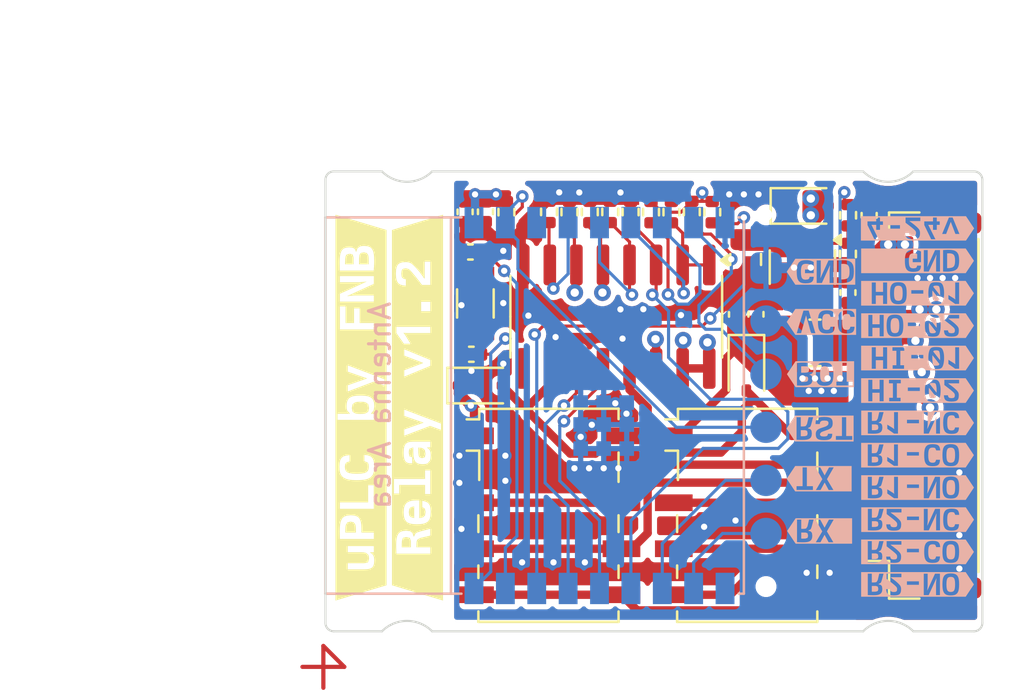
<source format=kicad_pcb>
(kicad_pcb (version 20240108) (generator "pcbnew") (generator_version "8.0")
  (title_block (title "uPLC_Relay") (date "2024-02-20") (rev "v1.2"))
  (layers (0 "F.Cu" signal) (1 "In1.Cu" signal) (2 "In2.Cu" signal) (31 "B.Cu" signal) (34 "B.Paste" user) (35 "F.Paste" user) (36 "B.SilkS" user "B.Silkscreen") (37 "F.SilkS" user "F.Silkscreen") (38 "B.Mask" user) (39 "F.Mask" user) (44 "Edge.Cuts" user))
  (net 0 "")
  (net 1 "+VDC")
  (net 2 "GND")
  (net 3 "+3.3V")
  (net 4 "Net-(U3-GPIO0{slash}ADC1_CH0{slash}XTAL_32K_P)")
  (net 5 "TX")
  (net 6 "RX")
  (net 7 "BOOT")
  (net 8 "RST")
  (net 9 "HO2")
  (net 10 "R1NC")
  (net 11 "R1NO")
  (net 12 "R1CO")
  (net 13 "R2NC")
  (net 14 "R2CO")
  (net 15 "R2NO")
  (net 16 "Net-(U1-BST)")
  (net 17 "Net-(U3-GPIO8)")
  (net 18 "Net-(U3-GPIO2{slash}ADC1_CH2)")
  (net 19 "Net-(U3-GPIO1{slash}ADC1_CH1{slash}XTAL_32K_N)")
  (net 20 "ADC")
  (net 21 "LI12")
  (net 22 "LI3")
  (net 23 "LI4")
  (net 24 "LI5")
  (net 25 "RO1")
  (net 26 "RO2")
  (net 27 "HO1")
  (net 28 "HI2")
  (net 29 "HI1")
  (net 31 "LO7")
  (net 32 "LO6")
  (net 34 "/SW")
  (net 35 "/FB")
  (net 36 "/VIN_P")
  (footprint "Resistor_SMD:R_0402_1005Metric" (layer "F.Cu") (at 116.637738 73.248462 90)
    (property "Reference" "R7" (hide yes))
    (property "Value" "10K" (hide yes))
  )
  (footprint "Resistor_SMD:R_0402_1005Metric" (layer "F.Cu") (at 125.081355 73.398238 90)
    (property "Reference" "R14" (hide yes))
    (property "Value" "182k" (hide yes))
  )
  (footprint "Capacitor_SMD:C_0402_1005Metric" (layer "F.Cu") (at 126.088855 73.398238 -90)
    (property "Reference" "C9" (hide yes))
    (property "Value" "0.1uF" (hide yes))
  )
  (footprint "Resistor_SMD:R_0402_1005Metric" (layer "F.Cu") (at 115.66255 73.246924 90)
    (property "Reference" "R4" (hide yes))
    (property "Value" "10K" (hide yes))
  )
  (footprint "Capacitor_SMD:C_0402_1005Metric" (layer "F.Cu") (at 120.677731 78.134889 90)
    (property "Reference" "C12" (hide yes))
    (property "Value" "22uf" (hide yes))
  )
  (footprint "Connector_JST:JST_GH_SM12B-GHS-TB_1x12-1MP_P1.25mm_Horizontal" (layer "F.Cu") (at 128.75 82.5 90)
    (property "Reference" "J2" (hide yes))
    (property "Value" "SM12B-GHS-TB(LF)(SN)")
  )
  (footprint "Relay_SMD:Relay_DPDT_Omron_G6K-2F-Y" (layer "F.Cu") (at 120.25 87.75)
    (property "Reference" "K2" (hide yes))
    (property "Value" "G6K-2F-Y")
  )
  (footprint "Resistor_SMD:R_0402_1005Metric" (layer "F.Cu") (at 108.75 73.25 -90)
    (property "Reference" "R1" (hide yes))
    (property "Value" "10K" (hide yes))
  )
  (footprint "Capacitor_SMD:C_0402_1005Metric" (layer "F.Cu") (at 107.028424 75.156606 180)
    (property "Reference" "C4" (hide yes))
    (property "Value" "20pf" (hide yes))
  )
  (footprint "Diode_SMD:D_SOD-323" (layer "F.Cu") (at 122.990863 72.950964)
    (property "Reference" "D4" (hide yes))
    (property "Value" "1N5819WS" (hide yes))
  )
  (footprint "Resistor_SMD:R_0402_1005Metric" (layer "F.Cu") (at 118.588114 73.25 90)
    (property "Reference" "R5" (hide yes))
    (property "Value" "10K" (hide yes))
  )
  (footprint "Package_TO_SOT_SMD:TSOT-23-6" (layer "F.Cu") (at 122.897715 75.878026 -90)
    (property "Reference" "U1" (hide yes))
    (property "Value" "AP63201WU" (hide yes))
  )
  (footprint "Resistor_SMD:R_0402_1005Metric" (layer "F.Cu") (at 112.736986 73.24231 90)
    (property "Reference" "R12" (hide yes))
    (property "Value" "10K" (hide yes))
  )
  (footprint "Capacitor_SMD:C_0402_1005Metric" (layer "F.Cu") (at 119.75 78.141185 90)
    (property "Reference" "C8" (hide yes))
    (property "Value" "22uf" (hide yes))
  )
  (footprint "Capacitor_SMD:C_0402_1005Metric" (layer "F.Cu") (at 106.774812 73.236152 -90)
    (property "Reference" "C3" (hide yes))
    (property "Value" "0.1uF" (hide yes))
  )
  (footprint "kibuzzard-65D49092" (layer "F.Cu") (at 101.8 82.6 90)
    (property "Reference" "kibuzzard-65D49092" (hide yes))
    (property "Value" "G***" (hide yes))
  )
  (footprint "Diode_SMD:D_SOD-323" (layer "F.Cu") (at 107.536545 81.544666)
    (property "Reference" "D1" (hide yes))
    (property "Value" "1N5819WS" (hide yes))
  )
  (footprint "Resistor_SMD:R_0402_1005Metric" (layer "F.Cu") (at 113.712174 73.239234 90)
    (property "Reference" "R9" (hide yes))
    (property "Value" "10K" (hide yes))
  )
  (footprint "Package_SO:SOIC-16_3.9x9.9mm_P1.27mm" (layer "F.Cu") (at 114 78.25 -90)
    (property "Reference" "U2" (hide yes))
    (property "Value" "TBD62003AFWG" (hide yes))
  )
  (footprint "Relay_SMD:Relay_DPDT_Omron_G6K-2F-Y" (layer "F.Cu") (at 110.75 87.75)
    (property "Reference" "K1" (hide yes))
    (property "Value" "G6K-2F-Y")
  )
  (footprint "kibuzzard-65D6FF37" (layer "F.Cu") (at 104.5 82.6 90)
    (property "Reference" "kibuzzard-65D6FF37" (hide yes))
    (property "Value" "G***" (hide yes))
  )
  (footprint "Resistor_SMD:R_0402_1005Metric" (layer "F.Cu") (at 125.074612 75.25 90)
    (property "Reference" "R15" (hide yes))
    (property "Value" "62k" (hide yes))
  )
  (footprint "Inductor_SMD:L_1008_2520Metric" (layer "F.Cu") (at 123.5 79.5 180)
    (property "Reference" "L1" (hide yes))
    (property "Value" "4.7uH" (hide yes))
  )
  (footprint "Resistor_SMD:R_0402_1005Metric" (layer "F.Cu") (at 110.78661 73.237696 90)
    (property "Reference" "R10" (hide yes))
    (property "Value" "10K" (hide yes))
  )
  (footprint "Resistor_SMD:R_0402_1005Metric" (layer "F.Cu") (at 114.687362 73.243848 90)
    (property "Reference" "R8" (hide yes))
    (property "Value" "10K" (hide yes))
  )
  (footprint "Diode_SMD:D_SOD-323" (layer "F.Cu") (at 120.222008 80.736723 -90)
    (property "Reference" "D2" (hide yes))
    (property "Value" "1N5819WS" (hide yes))
  )
  (footprint "Crystal:Crystal_SMD_3215-2Pin_3.2x1.5mm" (layer "F.Cu") (at 107.267023 77.616702 90)
    (property "Reference" "Y1" (hide yes))
    (property "Value" "32.768khz 3215 12.5pf" (hide yes))
  )
  (footprint "Resistor_SMD:R_0402_1005Metric" (layer "F.Cu") (at 111.761798 73.245386 90)
    (property "Reference" "R11" (hide yes))
    (property "Value" "10K" (hide yes))
  )
  (footprint "Capacitor_SMD:C_0805_2012Metric" (layer "F.Cu") (at 120.184796 75.514132 -90)
    (property "Reference" "C5" (hide yes))
    (property "Value" "10uF" (hide yes))
  )
  (footprint "Capacitor_SMD:C_0402_1005Metric" (layer "F.Cu") (at 107.75 73.231538 -90)
    (property "Reference" "C11" (hide yes))
    (property "Value" "22uf" (hide yes))
  )
  (footprint "Capacitor_SMD:C_0402_1005Metric" (layer "F.Cu") (at 107.073965 80.047089)
    (property "Reference" "C1" (hide yes))
    (property "Value" "20pf" (hide yes))
  )
  (footprint "Capacitor_SMD:C_0402_1005Metric" (layer "F.Cu") (at 125.072269 77.096359 90)
    (property "Reference" "C2" (hide yes))
    (property "Value" "0.1uF" (hide yes))
  )
  (footprint "Resistor_SMD:R_0402_1005Metric" (layer "F.Cu") (at 117.612926 73.240772 -90)
    (property "Reference" "R2" (hide yes))
    (property "Value" "10K" (hide yes))
  )
  (footprint "kibuzzard-65D7176D" (layer "B.Cu") (at 123.763688 81)
    (property "Reference" "kibuzzard-65D7176D" (hide yes))
    (property "Value" "G***" (hide yes))
  )
  (footprint "esprelay:kibuzzard-65D361E1" (layer "B.Cu") (at 128.40377 83.329005)
    (property "Reference" "kibuzzard-65D361E1" (hide yes))
    (property "Value" "G***" (hide yes))
  )
  (footprint "kibuzzard-65D7177B" (layer "B.Cu") (at 123.785094 76.1)
    (property "Reference" "kibuzzard-65D7177B" (hide yes))
    (property "Value" "G***" (hide yes))
  )
  (footprint "esprelay:kibuzzard-65D361F2" (layer "B.Cu") (at 128.402262 86.423174)
    (property "Reference" "kibuzzard-65D361F2" (hide yes))
    (property "Value" "G***" (hide yes))
  )
  (footprint "esprelay:kibuzzard-65D3620E" (layer "B.Cu") (at 128.4 91.056138)
    (property "Reference" "kibuzzard-65D3620E" (hide yes))
    (property "Value" "G***" (hide yes))
  )
  (footprint "esprelay:kibuzzard-65D36206" (layer "B.Cu") (at 128.4 89.5)
    (property "Reference" "kibuzzard-65D36206" (hide yes))
    (property "Value" "G***" (hide yes))
  )
  (footprint "esprelay:kibuzzard-65D361D3" (layer "B.Cu") (at 128.4 81.784183)
    (property "Reference" "kibuzzard-65D361D3" (hide yes))
    (property "Value" "G***" (hide yes))
  )
  (footprint "esprelay:kibuzzard-65D361FD" (layer "B.Cu") (at 128.404776 87.958194)
    (property "Reference" "kibuzzard-65D361FD" (hide yes))
    (property "Value" "G***" (hide yes))
  )
  (footprint "esprelay:kibuzzard-65D3616E" (layer "B.Cu") (at 128.4 74.026138)
    (property "Reference" "kibuzzard-65D3616E" (hide yes))
    (property "Value" "G***" (hide yes))
  )
  (footprint "esprelay:kibuzzard-65D361A7" (layer "B.Cu") (at 128.4 77.129356)
    (property "Reference" "kibuzzard-65D361A7" (hide yes))
    (property "Value" "G***" (hide yes))
  )
  (footprint "TestPoint:TestPoint_Pad_1.0x1.0mm_6pad" (layer "B.Cu") (at 121.158 75.92 -90)
    (property "Reference" "J1" (hide yes))
    (property "Value" "Conn_01x06_Pin" (hide yes))
  )
  (footprint "esprelay:kibuzzard-65D460A0" (layer "B.Cu") (at 123.720876 88.5)
    (property "Reference" "kibuzzard-65D460A0" (hide yes))
    (property "Value" "G***" (hide yes))
  )
  (footprint "esprelay:kibuzzard-65D46022" (layer "B.Cu") (at 123.742282 83.6)
    (property "Reference" "kibuzzard-65D46022" (hide yes))
    (property "Value" "G***" (hide yes))
  )
  (footprint "esprelay:kibuzzard-65D3619D" (layer "B.Cu") (at 128.402262 78.678703)
    (property "Reference" "kibuzzard-65D3619D" (hide yes))
    (property "Value" "G***" (hide yes))
  )
  (footprint "esprelay:kibuzzard-65D361B0" (layer "B.Cu") (at 128.4 80.22805)
    (property "Reference" "kibuzzard-65D361B0" (hide yes))
    (property "Value" "G***" (hide yes))
  )
  (footprint "esprelay:kibuzzard-65D36177" (layer "B.Cu") (at 128.401508 75.577747)
    (property "Reference" "kibuzzard-65D36177" (hide yes))
    (property "Value" "G***" (hide yes))
  )
  (footprint "esprelay:kibuzzard-65D46066" (layer "B.Cu") (at 123.69947 86)
    (property "Reference" "kibuzzard-65D46066" (hide yes))
    (property "Value" "G***" (hide yes))
  )
  (footprint "esprelay:kibuzzard-65D361E9" (layer "B.Cu") (at 128.4 84.873827)
    (property "Reference" "kibuzzard-65D361E9" (hide yes))
    (property "Value" "G***" (hide yes))
  )
  (footprint "kibuzzard-65D71774" (layer "B.Cu") (at 123.8065 78.5)
    (property "Reference" "kibuzzard-65D71774" (hide yes))
    (property "Value" "G***" (hide yes))
  )
  (footprint "PCM_Espressif:ESP32-C3-WROOM-02" (layer "B.Cu") (at 113.1 82.5 -90)
    (property "Reference" "U3" (hide yes))
    (property "Value" "ESP32-C3-WROOM-02")
  )
  (gr_line (start 100 94) (end 100 96) (stroke (width 0.2)) (layer "F.Cu"))
  (gr_line (start 101 95) (end 100 94) (stroke (width 0.2)) (layer "F.Cu"))
  (gr_line (start 99 95) (end 101 95) (stroke (width 0.2)) (layer "F.Cu"))
  (gr_arc (start 100.1 71.7) (mid 100.217157 71.417157) (end 100.5 71.3) (stroke (width 0.1)) (layer "Edge.Cuts"))
  (gr_arc (start 128.2 71.3) (mid 127 71.79792) (end 125.8 71.3) (stroke (width 0.1)) (layer "Edge.Cuts"))
  (gr_line (start 131.5 71.7) (end 131.5 92.9) (stroke (width 0.1)) (layer "Edge.Cuts"))
  (gr_arc (start 100.5 93.3) (mid 100.217157 93.182843) (end 100.1 92.9) (stroke (width 0.1)) (layer "Edge.Cuts"))
  (gr_line (start 102.8 93.3) (end 100.5 93.3) (stroke (width 0.1)) (layer "Edge.Cuts"))
  (gr_arc (start 125.8 93.3) (mid 127 92.80208) (end 128.2 93.3) (stroke (width 0.1)) (layer "Edge.Cuts"))
  (gr_arc (start 131.5 92.9) (mid 131.382843 93.182843) (end 131.1 93.3) (stroke (width 0.1)) (layer "Edge.Cuts"))
  (gr_arc (start 131.1 71.3) (mid 131.382843 71.417157) (end 131.5 71.7) (stroke (width 0.1)) (layer "Edge.Cuts"))
  (gr_line (start 100.5 71.3) (end 102.8 71.3) (stroke (width 0.1)) (layer "Edge.Cuts"))
  (gr_arc (start 102.8 93.3) (mid 104 92.80208) (end 105.2 93.3) (stroke (width 0.1)) (layer "Edge.Cuts"))
  (gr_arc (start 105.2 71.3) (mid 104 71.797056) (end 102.8 71.3) (stroke (width 0.1)) (layer "Edge.Cuts"))
  (gr_line (start 125.8 93.3) (end 105.2 93.3) (stroke (width 0.1)) (layer "Edge.Cuts"))
  (gr_line (start 100.1 92.9) (end 100.1 71.7) (stroke (width 0.1)) (layer "Edge.Cuts"))
  (gr_line (start 131.1 93.3) (end 128.2 93.3) (stroke (width 0.1)) (layer "Edge.Cuts"))
  (gr_line (start 128.2 71.3) (end 131.1 71.3) (stroke (width 0.1)) (layer "Edge.Cuts"))
  (gr_line (start 105.2 71.3) (end 125.8 71.3) (stroke (width 0.1)) (layer "Edge.Cuts"))
  (via (at 127 74.8) (size 0.8) (drill 0.4) (layers "F.Cu" "B.Cu") (net 1))
  (via (at 127.79999 74.8) (size 0.8) (drill 0.4) (layers "F.Cu" "B.Cu") (net 1))
  (via (at 123.3 73.4) (size 0.8) (drill 0.4) (layers "F.Cu" "B.Cu") (net 1))
  (via (at 123.3 72.60001) (size 0.8) (drill 0.4) (layers "F.Cu" "B.Cu") (net 1))
  (segment (start 109.555 75.775) (end 109.555 77.955) (width 0.5) (layer "F.Cu") (net 2))
  (segment (start 106.774812 74.274812) (end 106.8 74.3) (width 0.5) (layer "F.Cu") (net 2))
  (segment (start 125.289585 75.76) (end 125.074612 75.76) (width 0.5) (layer "F.Cu") (net 2))
  (segment (start 106.519819 80.692802) (end 106.667187 80.84017) (width 0.5) (layer "F.Cu") (net 2))
  (segment (start 120.184796 76.464132) (end 119.282273 77.366655) (width 0.5) (layer "F.Cu") (net 2))
  (segment (start 106.548424 75.156606) (end 106.548424 74.551576) (width 0.5) (layer "F.Cu") (net 2))
  (segment (start 109.086604 74.5) (end 108.2 74.5) (width 0.5) (layer "F.Cu") (net 2))
  (segment (start 108.2 74.5) (end 107.75 74.05) (width 0.5) (layer "F.Cu") (net 2))
  (segment (start 107.75 74.05) (end 107.75 73.711538) (width 0.5) (layer "F.Cu") (net 2))
  (segment (start 126.9 76.875) (end 126.404585 76.875) (width 0.5) (layer "F.Cu") (net 2))
  (segment (start 109.555 77.955) (end 109.8 78.2) (width 0.5) (layer "F.Cu") (net 2))
  (segment (start 109.555 74.968396) (end 109.555 75.775) (width 0.5) (layer "F.Cu") (net 2))
  (segment (start 117.654749 78.175) (end 117.092426 78.175) (width 0.5) (layer "F.Cu") (net 2))
  (segment (start 106.667187 80.84017) (end 107.077362 80.84017) (width 0.5) (layer "F.Cu") (net 2))
  (segment (start 106.593965 80.618656) (end 106.519819 80.692802) (width 0.5) (layer "F.Cu") (net 2))
  (segment (start 109.47 73.93) (end 109.47 74.116604) (width 0.5) (layer "F.Cu") (net 2))
  (segment (start 106.8 74.3) (end 108 74.3) (width 0.5) (layer "F.Cu") (net 2))
  (segment (start 127.925 76.875) (end 128.4 76.4) (width 0.5) (layer "F.Cu") (net 2))
  (segment (start 109.47 74.116604) (end 109.086604 74.5) (width 0.5) (layer "F.Cu") (net 2))
  (segment (start 119.282273 77.366655) (end 118.463094 77.366655) (width 0.5) (layer "F.Cu") (net 2))
  (segment (start 117.067426 78.2) (end 117.092426 78.175) (width 0.5) (layer "F.Cu") (net 2))
  (segment (start 110.78661 72.727696) (end 110.672304 72.727696) (width 0.5) (layer "F.Cu") (net 2))
  (segment (start 114.378481 72.132104) (end 114.201529 72.309056) (width 0.25) (layer "F.Cu") (net 2))
  (segment (start 118.463094 77.366655) (end 117.654749 78.175) (width 0.5) (layer "F.Cu") (net 2))
  (segment (start 116.637738 72.737738) (end 116.032104 72.132104) (width 0.25) (layer "F.Cu") (net 2))
  (segment (start 116.032104 72.132104) (end 114.378481 72.132104) (width 0.25) (layer "F.Cu") (net 2))
  (segment (start 106.774812 73.716152) (end 106.774812 74.274812) (width 0.5) (layer "F.Cu") (net 2))
  (segment (start 126.9 76.875) (end 127.925 76.875) (width 0.5) (layer "F.Cu") (net 2))
  (segment (start 106.593965 80.047089) (end 106.593965 80.618656) (width 0.5) (layer "F.Cu") (net 2))
  (segment (start 116.637738 72.738462) (end 116.637738 72.737738) (width 0.25) (layer "F.Cu") (net 2))
  (segment (start 109.086604 74.5) (end 109.555 74.968396) (width 0.5) (layer "F.Cu") (net 2))
  (segment (start 110.672304 72.727696) (end 109.47 73.93) (width 0.5) (layer "F.Cu") (net 2))
  (segment (start 108 74.3) (end 108.2 74.5) (width 0.5) (layer "F.Cu") (net 2))
  (segment (start 109.8 78.2) (end 117.067426 78.2) (width 0.5) (layer "F.Cu") (net 2))
  (segment (start 126.404585 76.875) (end 125.289585 75.76) (width 0.5) (layer "F.Cu") (net 2))
  (segment (start 106.548424 74.551576) (end 106.8 74.3) (width 0.5) (layer "F.Cu") (net 2))
  (via (at 108.6 80.5) (size 0.6) (drill 0.3) (layers "F.Cu" "B.Cu") (net 2))
  (via (at 111 90) (size 0.6) (drill 0.3) (layers "F.Cu" "B.Cu") (net 2))
  (via (at 122.5 75.9) (size 0.6) (drill 0.3) (layers "F.Cu" "B.Cu") (net 2))
  (via (at 108.7 84.9) (size 0.6) (drill 0.3) (layers "F.Cu" "B.Cu") (net 2))
  (via (at 113.953855 82.391756) (size 0.6) (drill 0.3) (layers "F.Cu" "B.Cu") (net 2))
  (via (at 119.4 72.4) (size 0.6) (drill 0.3) (layers "F.Cu" "B.Cu") (net 2))
  (via (at 129.6 76.4) (size 0.6) (drill 0.3) (layers "F.Cu" "B.Cu") (net 2))
  (via (at 109.8 78.2) (size 0.6) (drill 0.3) (layers "F.Cu" "B.Cu") (net 2))
  (via (at 112 85.5) (size 0.6) (drill 0.3) (layers "F.Cu" "B.Cu") (net 2))
  (via (at 106.5 86.2) (size 0.6) (drill 0.3) (layers "F.Cu" "B.Cu") (net 2))
  (via (at 111.273371 72.304027) (size 0.6) (drill 0.3) (layers "F.Cu" "B.Cu") (net 2))
  (via (at 120.8 72.4) (size 0.6) (drill 0.3) (layers "F.Cu" "B.Cu") (net 2))
  (via (at 128.4 76.4) (size 0.6) (drill 0.3) (layers "F.Cu" "B.Cu") (net 2))
  (via (at 112.23268 72.308054) (size 0.6) (drill 0.3) (layers "F.Cu" "B.Cu") (net 2))
  (via (at 113.4 85.5) (size 0.6) (drill 0.3) (layers "F.Cu" "B.Cu") (net 2))
  (via (at 114.2 77.9) (size 0.6) (drill 0.3) (layers "F.Cu" "B.Cu") (net 2))
  (via (at 114.1 85.5) (size 0.6) (drill 0.3) (layers "F.Cu" "B.Cu") (net 2))
  (via (at 114.201529 72.309056) (size 0.6) (drill 0.3) (layers "F.Cu" "B.Cu") (net 2))
  (via (at 106.6 88.4) (size 0.6) (drill 0.3) (layers "F.Cu" "B.Cu") (net 2))
  (via (at 108.7 86.1) (size 0.6) (drill 0.3) (layers "F.Cu" "B.Cu") (net 2))
  (via (at 129 76.4) (size 0.6) (drill 0.3) (layers "F.Cu" "B.Cu") (net 2))
  (via (at 108.6 75.1) (size 0.6) (drill 0.3) (layers "F.Cu" "B.Cu") (net 2))
  (via (at 130.4 90.3) (size 0.6) (drill 0.3) (layers "F.Cu" "B.Cu") (net 2))
  (via (at 114.488069 82.890356) (size 0.6) (drill 0.3) (layers "F.Cu" "B.Cu") (net 2))
  (via (at 119.7 88) (size 0.6) (drill 0.3) (layers "F.Cu" "B.Cu") (net 2))
  (via (at 106.5 84.9) (size 0.6) (drill 0.3) (layers "F.Cu" "B.Cu") (net 2))
  (via (at 112.3 84) (size 0.6) (drill 0.3) (layers "F.Cu" "B.Cu") (net 2))
  (via (at 120.1 72.4) (size 0.6) (drill 0.3) (layers "F.Cu" "B.Cu") (net 2))
  (via (at 109.5 90) (size 0.6) (drill 0.3) (layers "F.Cu" "B.Cu") (net 2))
  (via (at 124.2 90.5) (size 0.6) (drill 0.3) (layers "F.Cu" "B.Cu") (net 2))
  (via (at 108.6 77.6) (size 0.6) (drill 0.3) (layers "F.Cu" "B.Cu") (net 2))
  (via (at 123.3 75.9) (size 0.6) (drill 0.3) (layers "F.Cu" "B.Cu") (net 2))
  (via (at 112.7 85.5) (size 0.6) (drill 0.3) (layers "F.Cu" "B.Cu") (net 2))
  (via (at 118.2 88.3) (size 0.6) (drill 0.3) (layers "F.Cu" "B.Cu") (net 2))
  (via (at 123.1 90.5) (size 0.6) (drill 0.3) (layers "F.Cu" "B.Cu") (net 2))
  (via (at 115.294175 77.890373) (size 0.6) (drill 0.3) (layers "F.Cu" "B.Cu") (net 2))
  (via (at 112.5 90) (size 0.6) (drill 0.3) (layers "F.Cu" "B.Cu") (net 2))
  (via (at 117.092426 78.175) (size 0.6) (drill 0.3) (layers "F.Cu" "B.Cu") (net 2))
  (via (at 130.2 76.4) (size 0.6) (drill 0.3) (layers "F.Cu" "B.Cu") (net 2))
  (via (at 111.1 79.225) (size 0.6) (drill 0.3) (layers "F.Cu" "B.Cu") (net 2))
  (via (at 112.832104 83.421751) (size 0.6) (drill 0.3) (layers "F.Cu" "B.Cu") (net 2))
  (via (at 106.6 77.7) (size 0.6) (drill 0.3) (layers "F.Cu" "B.Cu") (net 2))
  (via (at 107.077362 80.84017) (size 0.6) (drill 0.3) (layers "F.Cu" "B.Cu") (net 2))
  (via (at 130.4 85.7) (size 0.6) (drill 0.3) (layers "F.Cu" "B.Cu") (net 2))
  (via (at 130.4 88.7) (size 0.6) (drill 0.3) (layers "F.Cu" "B.Cu") (net 2))
  (via (at 114.3 79.3) (size 0.6) (drill 0.3) (layers "F.Cu" "B.Cu") (net 2))
  (segment (start 122.48 75.92) (end 122.5 75.9) (width 0.5) (layer "B.Cu") (net 2))
  (segment (start 122.5 75.9) (end 123.3 75.9) (width 0.5) (layer "B.Cu") (net 2))
  (segment (start 120.1 72.4) (end 120.8 72.4) (width 0.5) (layer "B.Cu") (net 2))
  (segment (start 121.158 75.92) (end 122.48 75.92) (width 0.5) (layer "B.Cu") (net 2))
  (segment (start 119.4 72.4) (end 120.1 72.4) (width 0.5) (layer "B.Cu") (net 2))
  (segment (start 119.2 73.75) (end 119.2 72.6) (width 0.5) (layer "B.Cu") (net 2))
  (segment (start 119.2 72.6) (end 119.4 72.4) (width 0.5) (layer "B.Cu") (net 2))
  (segment (start 116.75 83.95) (end 117.05 83.95) (width 0.4) (layer "F.Cu") (net 3))
  (segment (start 117.05 83.95) (end 119.25 81.75) (width 0.4) (layer "F.Cu") (net 3))
  (segment (start 125.111355 72.918238) (end 124.900024 72.706907) (width 0.15) (layer "F.Cu") (net 3))
  (segment (start 125.6 72.918238) (end 125.111355 72.918238) (width 0.15) (layer "F.Cu") (net 3))
  (segment (start 118.1 72.320578) (end 118.108133 72.312445) (width 0.15) (layer "F.Cu") (net 3))
  (segment (start 115.66255 72.736924) (end 116.17814 73.252514) (width 0.15) (layer "F.Cu") (net 3))
  (segment (start 106.486545 81.936546) (end 107.05 82.500001) (width 0.5) (layer "F.Cu") (net 3))
  (segment (start 116.17814 73.252514) (end 117.091184 73.252514) (width 0.15) (layer "F.Cu") (net 3))
  (segment (start 118.1 72.730772) (end 118.578886 72.730772) (width 0.15) (layer "F.Cu") (net 3))
  (segment (start 118.1 72.730772) (end 118.1 72.320578) (width 0.15) (layer "F.Cu") (net 3))
  (segment (start 119.813277 79.686723) (end 119.25 80.25) (width 0.4) (layer "F.Cu") (net 3))
  (segment (start 117.091184 73.252514) (end 117.612926 72.730772) (width 0.15) (layer "F.Cu") (net 3))
  (segment (start 125.111355 72.918238) (end 125.081355 72.888238) (width 0.15) (layer "F.Cu") (net 3))
  (segment (start 107.25 82.700001) (end 107.05 82.500001) (width 0.5) (layer "F.Cu") (net 3))
  (segment (start 117.612926 72.730772) (end 118.1 72.730772) (width 0.15) (layer "F.Cu") (net 3))
  (segment (start 120.222008 79.686723) (end 119.813277 79.686723) (width 0.4) (layer "F.Cu") (net 3))
  (segment (start 106.486545 81.544666) (end 106.486545 81.936546) (width 0.5) (layer "F.Cu") (net 3))
  (segment (start 118.578886 72.730772) (end 118.588114 72.74) (width 0.15) (layer "F.Cu") (net 3))
  (segment (start 126.088855 72.918238) (end 125.6 72.918238) (width 0.15) (layer "F.Cu") (net 3))
  (segment (start 124.900024 72.706907) (end 124.900024 72.3) (width 0.15) (layer "F.Cu") (net 3))
  (segment (start 119.25 81.75) (end 119.25 80.25) (width 0.4) (layer "F.Cu") (net 3))
  (segment (start 107.25 83.95) (end 107.25 82.700001) (width 0.5) (layer "F.Cu") (net 3))
  (via (at 123.5 81.2) (size 0.6) (drill 0.3) (layers "F.Cu" "B.Cu") (net 3))
  (via (at 107.05 82.500001) (size 0.6) (drill 0.3) (layers "F.Cu" "B.Cu") (net 3))
  (via (at 124.1 81.2) (size 0.6) (drill 0.3) (layers "F.Cu" "B.Cu") (net 3))
  (via (at 122.9 81.2) (size 0.6) (drill 0.3) (layers "F.Cu" "B.Cu") (net 3))
  (via (at 124.7 81.2) (size 0.6) (drill 0.3) (layers "F.Cu" "B.Cu") (net 3))
  (via (at 123.2 81.8) (size 0.6) (drill 0.3) (layers "F.Cu" "B.Cu") (net 3))
  (via (at 107.25 72.399552) (size 0.6) (drill 0.3) (layers "F.Cu" "B.Cu") (net 3))
  (via (at 108.25 72.399336) (size 0.6) (drill 0.3) (layers "F.Cu" "B.Cu") (net 3))
  (via (at 123.8 81.8) (size 0.6) (drill 0.3) (layers "F.Cu" "B.Cu") (net 3))
  (via (at 118.108133 72.312445) (size 0.6) (drill 0.3) (layers "F.Cu" "B.Cu") (net 3))
  (via (at 124.900024 72.3) (size 0.6) (drill 0.3) (layers "F.Cu" "B.Cu") (net 3))
  (via (at 124.4 81.8) (size 0.6) (drill 0.3) (layers "F.Cu" "B.Cu") (net 3))
  (segment (start 122.9 79.3) (end 122.9 81.2) (width 0.5) (layer "B.Cu") (net 3))
  (segment (start 121.158 78.46) (end 122.06 78.46) (width 0.5) (layer "B.Cu") (net 3))
  (segment (start 107.25 72.399552) (end 108.249784 72.399552) (width 0.4) (layer "B.Cu") (net 3))
  (segment (start 124.7 72.500024) (end 124.900024 72.3) (width 0.15) (layer "B.Cu") (net 3))
  (segment (start 107.2 72.449552) (end 107.25 72.399552) (width 0.4) (layer "B.Cu") (net 3))
  (segment (start 123.5 81.2) (end 124.1 81.2) (width 0.5) (layer "B.Cu") (net 3))
  (segment (start 108.249784 72.399552) (end 108.25 72.399336) (width 0.4) (layer "B.Cu") (net 3))
  (segment (start 107.25 73.7) (end 107.2 73.75) (width 0.4) (layer "B.Cu") (net 3))
  (segment (start 122.9 81.2) (end 122.9 81.5) (width 0.5) (layer "B.Cu") (net 3))
  (segment (start 124.7 81.2) (end 124.7 72.500024) (width 0.15) (layer "B.Cu") (net 3))
  (segment (start 122.06 78.46) (end 122.9 79.3) (width 0.5) (layer "B.Cu") (net 3))
  (segment (start 122.9 81.2) (end 123.5 81.2) (width 0.5) (layer "B.Cu") (net 3))
  (segment (start 122.9 81.5) (end 123.2 81.8) (width 0.5) (layer "B.Cu") (net 3))
  (segment (start 107.25 72.399552) (end 107.25 73.7) (width 0.4) (layer "B.Cu") (net 3))
  (segment (start 107.267023 78.866702) (end 107.267023 79.760147) (width 0.15) (layer "F.Cu") (net 4))
  (segment (start 107.952917 80.047089) (end 108.700006 79.3) (width 0.15) (layer "F.Cu") (net 4))
  (segment (start 107.553965 80.047089) (end 107.952917 80.047089) (width 0.15) (layer "F.Cu") (net 4))
  (segment (start 107.267023 79.760147) (end 107.553965 80.047089) (width 0.15) (layer "F.Cu") (net 4))
  (via (at 108.700006 79.3) (size 0.6) (drill 0.3) (layers "F.Cu" "B.Cu") (net 4))
  (segment (start 108 80.000006) (end 108.700006 79.3) (width 0.15) (layer "B.Cu") (net 4))
  (segment (start 108 90.45) (end 108 80.000006) (width 0.15) (layer "B.Cu") (net 4))
  (segment (start 107.2 91.25) (end 108 90.45) (width 0.15) (layer "B.Cu") (net 4))
  (segment (start 116.2 89.1) (end 119.22 86.08) (width 0.15) (layer "B.Cu") (net 5))
  (segment (start 119.22 86.08) (end 121.158 86.08) (width 0.15) (layer "B.Cu") (net 5))
  (segment (start 116.2 91.25) (end 116.2 89.1) (width 0.15) (layer "B.Cu") (net 5))
  (segment (start 117.7 91.25) (end 117.7 90) (width 0.15) (layer "B.Cu") (net 6))
  (segment (start 117.7 90) (end 119.08 88.62) (width 0.15) (layer "B.Cu") (net 6))
  (segment (start 119.08 88.62) (end 121.158 88.62) (width 0.15) (layer "B.Cu") (net 6))
  (segment (start 117.612926 73.750772) (end 118.162154 74.3) (width 0.15) (layer "F.Cu") (net 7))
  (segment (start 119.500016 75.276103) (end 119.500016 75.5) (width 0.15) (layer "F.Cu") (net 7))
  (segment (start 118.162154 74.3) (end 118.523913 74.3) (width 0.15) (layer "F.Cu") (net 7))
  (segment (start 118.523913 74.3) (end 119.500016 75.276103) (width 0.15) (layer "F.Cu") (net 7))
  (via (at 119.500016 75.5) (size 0.6) (drill 0.3) (layers "F.Cu" "B.Cu") (net 7))
  (segment (start 118.274208 78.853028) (end 117.951378 78.530198) (width 0.15) (layer "B.Cu") (net 7))
  (segment (start 119.500016 76.159036) (end 119.500016 75.5) (width 0.15) (layer "B.Cu") (net 7))
  (segment (start 117.7 73.75) (end 117.7 74.05) (width 0.15) (layer "B.Cu") (net 7))
  (segment (start 117.951378 77.707674) (end 119.500016 76.159036) (width 0.15) (layer "B.Cu") (net 7))
  (segment (start 117.951378 78.530198) (end 117.951378 77.707674) (width 0.15) (layer "B.Cu") (net 7))
  (segment (start 121.158 81) (end 119.011028 78.853028) (width 0.15) (layer "B.Cu") (net 7))
  (segment (start 119.15 75.5) (end 119.500016 75.5) (width 0.15) (layer "B.Cu") (net 7))
  (segment (start 119.011028 78.853028) (end 118.274208 78.853028) (width 0.15) (layer "B.Cu") (net 7))
  (segment (start 117.7 74.05) (end 119.15 75.5) (width 0.15) (layer "B.Cu") (net 7))
  (segment (start 109.509662 73.000338) (end 109.509662 72.498204) (width 0.15) (layer "F.Cu") (net 8))
  (segment (start 108.75 73.76) (end 109.509662 73.000338) (width 0.15) (layer "F.Cu") (net 8))
  (via (at 109.509662 72.498204) (size 0.6) (drill 0.3) (layers "F.Cu" "B.Cu") (net 8))
  (segment (start 116.870333 83.54) (end 109.3 75.969667) (width 0.15) (layer "B.Cu") (net 8))
  (segment (start 121.158 83.54) (end 116.870333 83.54) (width 0.15) (layer "B.Cu") (net 8))
  (segment (start 109.3 74.6) (end 108.7 74) (width 0.15) (layer "B.Cu") (net 8))
  (segment (start 109.3 75.969667) (end 109.3 74.6) (width 0.15) (layer "B.Cu") (net 8))
  (segment (start 108.7 73.307866) (end 108.7 73.75) (width 0.15) (layer "B.Cu") (net 8))
  (segment (start 108.7 74) (end 108.7 73.75) (width 0.15) (layer "B.Cu") (net 8))
  (segment (start 109.509662 72.498204) (end 108.7 73.307866) (width 0.15) (layer "B.Cu") (net 8))
  (segment (start 115.905 79.355) (end 115.875 79.325) (width 0.4) (layer "F.Cu") (net 9))
  (segment (start 126.9 79.375) (end 128.275 79.375) (width 0.4) (layer "F.Cu") (net 9))
  (segment (start 128.275 79.375) (end 128.3 79.4) (width 0.4) (layer "F.Cu") (net 9))
  (segment (start 115.905 80.725) (end 115.905 79.355) (width 0.4) (layer "F.Cu") (net 9))
  (via (at 128.3 79.4) (size 0.8) (drill 0.4) (layers "F.Cu" "B.Cu") (net 9))
  (via (at 115.875 79.325) (size 0.8) (drill 0.4) (layers "F.Cu" "B.Cu") (net 9))
  (segment (start 125.25 84.45) (end 125.25 83.75) (width 0.4) (layer "F.Cu") (net 10))
  (segment (start 125.25 83.75) (end 125.875 83.125) (width 0.4) (layer "F.Cu") (net 10))
  (segment (start 107.25 87.15) (end 114.25 87.15) (width 0.4) (layer "F.Cu") (net 10))
  (segment (start 114.25 87.15) (end 114.25 86.5) (width 0.4) (layer "F.Cu") (net 10))
  (segment (start 125.875 83.125) (end 126.9 83.125) (width 0.4) (layer "F.Cu") (net 10))
  (segment (start 115.421093 85.328907) (end 124.371093 85.328907) (width 0.4) (layer "F.Cu") (net 10))
  (segment (start 114.25 86.5) (end 115.421093 85.328907) (width 0.4) (layer "F.Cu") (net 10))
  (segment (start 124.371093 85.328907) (end 125.25 84.45) (width 0.4) (layer "F.Cu") (net 10))
  (segment (start 125 92.3) (end 115 92.3) (width 0.4) (layer "F.Cu") (net 11))
  (segment (start 127.207107 85.625) (end 127.209999 85.622108) (width 0.4) (layer "F.Cu") (net 11))
  (segment (start 126 91.3) (end 125 92.3) (width 0.4) (layer "F.Cu") (net 11))
  (segment (start 129.25 89.5) (end 128 90.75) (width 0.4) (layer "F.Cu") (net 11))
  (segment (start 115 92.3) (end 114.25 91.55) (width 0.4) (layer "F.Cu") (net 11))
  (segment (start 126 90.75) (end 126 91.3) (width 0.4) (layer "F.Cu") (net 11))
  (segment (start 126.9 85.625) (end 127.207107 85.625) (width 0.4) (layer "F.Cu") (net 11))
  (segment (start 114.25 91.55) (end 107.25 91.55) (width 0.4) (layer "F.Cu") (net 11))
  (segment (start 128 90.75) (end 126 90.75) (width 0.4) (layer "F.Cu") (net 11))
  (segment (start 127.209999 85.622108) (end 128.622108 85.622108) (width 0.4) (layer "F.Cu") (net 11))
  (segment (start 129.25 86.25) (end 129.25 89.5) (width 0.4) (layer "F.Cu") (net 11))
  (segment (start 128.622108 85.622108) (end 129.25 86.25) (width 0.4) (layer "F.Cu") (net 11))
  (segment (start 126.102818 84.375) (end 126.9 84.375) (width 0.4) (layer "F.Cu") (net 12))
  (segment (start 107.25 89.35) (end 114.25 89.35) (width 0.4) (layer "F.Cu") (net 12))
  (segment (start 115.5 88.6) (end 115.5 86.5) (width 0.4) (layer "F.Cu") (net 12))
  (segment (start 124.290096 86.187722) (end 126.102818 84.375) (width 0.4) (layer "F.Cu") (net 12))
  (segment (start 114.25 89.35) (end 114.75 89.35) (width 0.4) (layer "F.Cu") (net 12))
  (segment (start 114.75 89.35) (end 115.5 88.6) (width 0.4) (layer "F.Cu") (net 12))
  (segment (start 115.5 86.5) (end 115.812278 86.187722) (width 0.4) (layer "F.Cu") (net 12))
  (segment (start 115.812278 86.187722) (end 124.290096 86.187722) (width 0.4) (layer "F.Cu") (net 12))
  (segment (start 123.75 87.15) (end 125.1 87.15) (width 0.4) (layer "F.Cu") (net 13))
  (segment (start 125.1 87.15) (end 125.377909 86.872091) (width 0.4) (layer "F.Cu") (net 13))
  (segment (start 116.75 87.15) (end 123.75 87.15) (width 0.4) (layer "F.Cu") (net 13))
  (segment (start 125.377909 86.872091) (end 126.897091 86.872091) (width 0.4) (layer "F.Cu") (net 13))
  (segment (start 126.897091 86.872091) (end 126.9 86.875) (width 0.4) (layer "F.Cu") (net 13))
  (segment (start 116.75 89.35) (end 123.75 89.35) (width 0.4) (layer "F.Cu") (net 14))
  (segment (start 125.175 89.35) (end 126.4 88.125) (width 0.4) (layer "F.Cu") (net 14))
  (segment (start 123.75 89.35) (end 125.175 89.35) (width 0.4) (layer "F.Cu") (net 14))
  (segment (start 126.4 88.125) (end 126.9 88.125) (width 0.4) (layer "F.Cu") (net 14))
  (segment (start 123.75 91.55) (end 124.2 91.55) (width 0.4) (layer "F.Cu") (net 15))
  (segment (start 120.54 90.46) (end 121.685 90.46) (width 0.4) (layer "F.Cu") (net 15))
  (segment (start 116.75 91.55) (end 119.45 91.55) (width 0.4) (layer "F.Cu") (net 15))
  (segment (start 119.45 91.55) (end 120.54 90.46) (width 0.4) (layer "F.Cu") (net 15))
  (segment (start 122.775 91.55) (end 123.75 91.55) (width 0.4) (layer "F.Cu") (net 15))
  (segment (start 126.375 89.375) (end 126.9 89.375) (width 0.4) (layer "F.Cu") (net 15))
  (segment (start 124.2 91.55) (end 126.375 89.375) (width 0.4) (layer "F.Cu") (net 15))
  (segment (start 121.685 90.46) (end 122.775 91.55) (width 0.4) (layer "F.Cu") (net 15))
  (segment (start 123.847715 77.015526) (end 124.246882 76.616359) (width 0.5) (layer "F.Cu") (net 16))
  (segment (start 124.246882 76.616359) (end 125.072269 76.616359) (width 0.5) (layer "F.Cu") (net 16))
  (segment (start 116.474929 74.531443) (end 116.474929 77.18917) (width 0.15) (layer "F.Cu") (net 17))
  (segment (start 115.70041 73.756924) (end 116.474929 74.531443) (width 0.15) (layer "F.Cu") (net 17))
  (segment (start 115.66255 73.756924) (end 115.70041 73.756924) (width 0.15) (layer "F.Cu") (net 17))
  (via (at 116.474929 77.18917) (size 0.6) (drill 0.3) (layers "F.Cu" "B.Cu") (net 17))
  (segment (start 118 75.85) (end 116.2 74.05) (width 0.15) (layer "B.Cu") (net 17))
  (segment (start 117.45 77.65) (end 118 77.1) (width 0.15) (layer "B.Cu") (net 17))
  (segment (start 116.935759 77.65) (end 117.45 77.65) (width 0.15) (layer "B.Cu") (net 17))
  (segment (start 116.2 74.05) (end 116.2 73.75) (width 0.15) (layer "B.Cu") (net 17))
  (segment (start 118 77.1) (end 118 75.85) (width 0.15) (layer "B.Cu") (net 17))
  (segment (start 116.474929 77.18917) (end 116.935759 77.65) (width 0.15) (layer "B.Cu") (net 17))
  (segment (start 118.588114 73.76) (end 118.628114 73.8) (width 0.15) (layer "F.Cu") (net 18))
  (segment (start 110.1 79.1) (end 110.5 78.7) (width 0.15) (layer "F.Cu") (net 18))
  (segment (start 118.628114 73.8) (end 119.799502 73.8) (width 0.15) (layer "F.Cu") (net 18))
  (segment (start 110.5 78.7) (end 118.119699 78.7) (width 0.15) (layer "F.Cu") (net 18))
  (segment (start 119.799502 73.8) (end 120.099502 73.5) (width 0.15) (layer "F.Cu") (net 18))
  (segment (start 118.119699 78.7) (end 118.491671 78.328028) (width 0.15) (layer "F.Cu") (net 18))
  (via (at 110.1 79.1) (size 0.6) (drill 0.3) (layers "F.Cu" "B.Cu") (net 18))
  (via (at 120.099502 73.5) (size 0.6) (drill 0.3) (layers "F.Cu" "B.Cu") (net 18))
  (via (at 118.491671 78.328028) (size 0.6) (drill 0.3) (layers "F.Cu" "B.Cu") (net 18))
  (segment (start 110.2 79.2) (end 110.1 79.1) (width 0.15) (layer "B.Cu") (net 18))
  (segment (start 110.2 91.25) (end 110.2 79.2) (width 0.15) (layer "B.Cu") (net 18))
  (segment (start 120.099502 76.720197) (end 118.491671 78.328028) (width 0.15) (layer "B.Cu") (net 18))
  (segment (start 120.099502 73.5) (end 120.099502 76.720197) (width 0.15) (layer "B.Cu") (net 18))
  (segment (start 107.744418 75.156606) (end 108.643906 76.056094) (width 0.15) (layer "F.Cu") (net 19))
  (segment (start 107.508424 75.156606) (end 107.508424 76.125301) (width 0.15) (layer "F.Cu") (net 19))
  (segment (start 107.508424 76.125301) (end 107.267023 76.366702) (width 0.15) (layer "F.Cu") (net 19))
  (segment (start 107.508424 75.156606) (end 107.744418 75.156606) (width 0.15) (layer "F.Cu") (net 19))
  (via (at 108.643906 76.056094) (size 0.6) (drill 0.3) (layers "F.Cu" "B.Cu") (net 19))
  (segment (start 109.25 88.75) (end 109.25 76.662188) (width 0.15) (layer "B.Cu") (net 19))
  (segment (start 108.7 89.3) (end 109.25 88.75) (width 0.15) (layer "B.Cu") (net 19))
  (segment (start 109.25 76.662188) (end 108.643906 76.056094) (width 0.15) (layer "B.Cu") (net 19))
  (segment (start 108.7 91.25) (end 108.7 89.3) (width 0.15) (layer "B.Cu") (net 19))
  (segment (start 118.445 75.775) (end 117.175 75.775) (width 0.15) (layer "F.Cu") (net 21))
  (segment (start 116.683319 73.758462) (end 117.175 74.250143) (width 0.15) (layer "F.Cu") (net 21))
  (segment (start 117.175 75.775) (end 117.175 77.077819) (width 0.15) (layer "F.Cu") (net 21))
  (segment (start 117.175 77.077819) (end 117.222181 77.125) (width 0.15) (layer "F.Cu") (net 21))
  (segment (start 116.637738 73.758462) (end 116.683319 73.758462) (width 0.15) (layer "F.Cu") (net 21))
  (segment (start 117.175 74.250143) (end 117.175 75.775) (width 0.15) (layer "F.Cu") (net 21))
  (via (at 117.222181 77.125) (size 0.6) (drill 0.3) (layers "F.Cu" "B.Cu") (net 21))
  (segment (start 117.222181 76.572181) (end 117.222181 77.125) (width 0.15) (layer "B.Cu") (net 21))
  (segment (start 114.7 74.05) (end 117.222181 76.572181) (width 0.15) (layer "B.Cu") (net 21))
  (segment (start 114.7 73.75) (end 114.7 74.05) (width 0.15) (layer "B.Cu") (net 21))
  (segment (start 115.905 74.971486) (end 115.905 75.775) (width 0.15) (layer "F.Cu") (net 22))
  (segment (start 114.687362 73.753848) (end 115.905 74.971486) (width 0.15) (layer "F.Cu") (net 22))
  (segment (start 115.905 75.775) (end 115.905 77.022412) (width 0.15) (layer "F.Cu") (net 22))
  (segment (start 115.905 77.022412) (end 115.725042 77.20237) (width 0.15) (layer "F.Cu") (net 22))
  (via (at 115.725042 77.20237) (size 0.6) (drill 0.3) (layers "F.Cu" "B.Cu") (net 22))
  (segment (start 122.2 84.1) (end 122.2 82.8) (width 0.15) (layer "B.Cu") (net 22))
  (segment (start 114.7 91.25) (end 114.7 88) (width 0.15) (layer "B.Cu") (net 22))
  (segment (start 121.75 84.55) (end 122.2 84.1) (width 0.15) (layer "B.Cu") (net 22))
  (segment (start 118.5 82.2) (end 116.5 80.2) (width 0.15) (layer "B.Cu") (net 22))
  (segment (start 116.5 77.977328) (end 115.725042 77.20237) (width 0.15) (layer "B.Cu") (net 22))
  (segment (start 114.7 88) (end 118.15 84.55) (width 0.15) (layer "B.Cu") (net 22))
  (segment (start 121.6 82.2) (end 118.5 82.2) (width 0.15) (layer "B.Cu") (net 22))
  (segment (start 116.5 80.2) (end 116.5 77.977328) (width 0.15) (layer "B.Cu") (net 22))
  (segment (start 122.2 82.8) (end 121.6 82.2) (width 0.15) (layer "B.Cu") (net 22))
  (segment (start 118.15 84.55) (end 121.75 84.55) (width 0.15) (layer "B.Cu") (net 22))
  (segment (start 114.635 77.085) (end 114.75 77.2) (width 0.15) (layer "F.Cu") (net 23))
  (segment (start 114.635 75.775) (end 114.635 77.085) (width 0.15) (layer "F.Cu") (net 23))
  (segment (start 114.635 74.67206) (end 114.635 75.775) (width 0.15) (layer "F.Cu") (net 23))
  (segment (start 113.712174 73.749234) (end 114.635 74.67206) (width 0.15) (layer "F.Cu") (net 23))
  (via (at 114.75 77.2) (size 0.6) (drill 0.3) (layers "F.Cu" "B.Cu") (net 23))
  (segment (start 113.2 75.65) (end 114.75 77.2) (width 0.15) (layer "B.Cu") (net 23))
  (segment (start 113.2 73.75) (end 113.2 75.65) (width 0.15) (layer "B.Cu") (net 23))
  (segment (start 110.825 76.73505) (end 110.994975 76.905025) (width 0.15) (layer "F.Cu") (net 24))
  (segment (start 110.825 75.775) (end 110.825 76.73505) (width 0.15) (layer "F.Cu") (net 24))
  (segment (start 110.78661 73.747696) (end 110.78661 75.73661) (width 0.15) (layer "F.Cu") (net 24))
  (segment (start 110.78661 75.73661) (end 110.825 75.775) (width 0.15) (layer "F.Cu") (net 24))
  (via (at 110.994975 76.905025) (size 0.6) (drill 0.3) (layers "F.Cu" "B.Cu") (net 24))
  (segment (start 111.7 73.75) (end 111.7 76.2) (width 0.15) (layer "B.Cu") (net 24))
  (segment (start 111.7 76.2) (end 110.994975 76.905025) (width 0.15) (layer "B.Cu") (net 24))
  (segment (start 109.83126 82.5) (end 109.5 82.5) (width 0.4) (layer "F.Cu") (net 25))
  (segment (start 108.586545 81.586545) (end 108.586545 81.544666) (width 0.4) (layer "F.Cu") (net 25))
  (segment (start 109.83126 82.83126) (end 109.83126 82.5) (width 0.4) (layer "F.Cu") (net 25))
  (segment (start 109.83126 82.5) (end 110.825 81.50626) (width 0.4) (layer "F.Cu") (net 25))
  (segment (start 113.85 83.95) (end 113 84.8) (width 0.4) (layer "F.Cu") (net 25))
  (segment (start 111.8 84.8) (end 109.83126 82.83126) (width 0.4) (layer "F.Cu") (net 25))
  (segment (start 110.825 81.50626) (end 110.825 80.725) (width 0.4) (layer "F.Cu") (net 25))
  (segment (start 109.5 82.5) (end 108.586545 81.586545) (width 0.4) (layer "F.Cu") (net 25))
  (segment (start 113 84.8) (end 111.8 84.8) (width 0.4) (layer "F.Cu") (net 25))
  (segment (start 114.25 83.95) (end 113.85 83.95) (width 0.4) (layer "F.Cu") (net 25))
  (segment (start 120.717642 82.282358) (end 120.467642 82.282358) (width 0.4) (layer "F.Cu") (net 26))
  (segment (start 123.75 83.95) (end 122.385285 83.95) (width 0.4) (layer "F.Cu") (net 26))
  (segment (start 122.385285 83.95) (end 120.717642 82.282358) (width 0.4) (layer "F.Cu") (net 26))
  (segment (start 115.5 84.5) (end 115.5 82.6) (width 0.4) (layer "F.Cu") (net 26))
  (segment (start 120.717642 82.282358) (end 120.222008 81.786723) (width 0.4) (layer "F.Cu") (net 26))
  (segment (start 120.467642 82.282358) (end 120 82.75) (width 0.4) (layer "F.Cu") (net 26))
  (segment (start 120 83.75) (end 119 84.75) (width 0.4) (layer "F.Cu") (net 26))
  (segment (start 114.635 81.735) (end 114.635 80.725) (width 0.4) (layer "F.Cu") (net 26))
  (segment (start 115.5 82.6) (end 114.635 81.735) (width 0.4) (layer "F.Cu") (net 26))
  (segment (start 119 84.75) (end 115.75 84.75) (width 0.4) (layer "F.Cu") (net 26))
  (segment (start 120 82.75) (end 120 83.75) (width 0.4) (layer "F.Cu") (net 26))
  (segment (start 115.75 84.75) (end 115.5 84.5) (width 0.4) (layer "F.Cu") (net 26))
  (segment (start 126.9 78.125) (end 128.275 78.125) (width 0.4) (layer "F.Cu") (net 27))
  (segment (start 128.5 77.9) (end 129.3 77.9) (width 0.4) (layer "F.Cu") (net 27))
  (segment (start 128.275 78.125) (end 128.5 77.9) (width 0.4) (layer "F.Cu") (net 27))
  (segment (start 118.445 80.725) (end 118.445 79.563905) (width 0.4) (layer "F.Cu") (net 27))
  (segment (start 118.445 79.563905) (end 118.359123 79.478028) (width 0.4) (layer "F.Cu") (net 27))
  (segment (start 117.175 80.725) (end 118.445 80.725) (width 0.4) (layer "F.Cu") (net 27))
  (segment (start 117.175 79.40325) (end 117.2 79.37825) (width 0.4) (layer "F.Cu") (net 27))
  (segment (start 117.175 80.725) (end 117.175 79.40325) (width 0.4) (layer "F.Cu") (net 27))
  (via (at 117.2 79.37825) (size 0.8) (drill 0.4) (layers "F.Cu" "B.Cu") (net 27))
  (via (at 128.5 77.9) (size 0.8) (drill 0.4) (layers "F.Cu" "B.Cu") (net 27))
  (via (at 118.359123 79.478028) (size 0.8) (drill 0.4) (layers "F.Cu" "B.Cu") (net 27))
  (via (at 129.3 77.9) (size 0.8) (drill 0.4) (layers "F.Cu" "B.Cu") (net 27))
  (segment (start 111.761798 74.261798) (end 112 74.5) (width 0.15) (layer "F.Cu") (net 28))
  (segment (start 112.1 77.015567) (end 112.015567 77.1) (width 0.3) (layer "F.Cu") (net 28))
  (segment (start 128.275 81.875) (end 129 82.6) (width 0.31) (layer "F.Cu") (net 28))
  (segment (start 112.095 75.775) (end 112.1 75.78) (width 0.3) (layer "F.Cu") (net 28))
  (segment (start 111.761798 73.755386) (end 111.761798 74.261798) (width 0.15) (layer "F.Cu") (net 28))
  (segment (start 112.1 75.78) (end 112.1 77.015567) (width 0.3) (layer "F.Cu") (net 28))
  (segment (start 112 75.68) (end 112.095 75.775) (width 0.15) (layer "F.Cu") (net 28))
  (segment (start 112 74.5) (end 112 75.68) (width 0.15) (layer "F.Cu") (net 28))
  (segment (start 126.9 81.875) (end 128.275 81.875) (width 0.31) (layer "F.Cu") (net 28))
  (via (at 112.015567 77.1) (size 0.8) (drill 0.4) (layers "F.Cu" "B.Cu") (net 28))
  (via (at 129 82.6) (size 0.8) (drill 0.4) (layers "F.Cu" "B.Cu") (net 28))
  (segment (start 113.365 75.775) (end 113.365 77.075916) (width 0.31) (layer "F.Cu") (net 29))
  (segment (start 113.365 77.075916) (end 113.340916 77.1) (width 0.31) (layer "F.Cu") (net 29))
  (segment (start 113.25 74.5) (end 113.25 75.66) (width 0.15) (layer "F.Cu") (net 29))
  (segment (start 126.9 80.625) (end 128.325 80.625) (width 0.31) (layer "F.Cu") (net 29))
  (segment (start 128.325 80.625) (end 128.6 80.9) (width 0.31) (layer "F.Cu") (net 29))
  (segment (start 112.736986 73.75231) (end 112.736986 73.986986) (width 0.15) (layer "F.Cu") (net 29))
  (segment (start 113.25 75.66) (end 113.365 75.775) (width 0.15) (layer "F.Cu") (net 29))
  (segment (start 112.736986 73.986986) (end 113.25 74.5) (width 0.15) (layer "F.Cu") (net 29))
  (via (at 128.6 80.9) (size 0.8) (drill 0.4) (layers "F.Cu" "B.Cu") (net 29))
  (via (at 113.340916 77.1) (size 0.8) (drill 0.4) (layers "F.Cu" "B.Cu") (net 29))
  (segment (start 112.095 81.905) (end 112.095 80.725) (width 0.15) (layer "F.Cu") (net 31))
  (segment (start 111.5 82.5) (end 112.095 81.905) (width 0.15) (layer "F.Cu") (net 31))
  (via (at 111.5 82.5) (size 0.6) (drill 0.3) (layers "F.Cu" "B.Cu") (net 31))
  (segment (start 110.6 86.2) (end 110.6 83.4) (width 0.15) (layer "B.Cu") (net 31))
  (segment (start 111.7 91.25) (end 111.7 87.3) (width 0.15) (layer "B.Cu") (net 31))
  (segment (start 111.7 87.3) (end 110.6 86.2) (width 0.15) (layer "B.Cu") (net 31))
  (segment (start 110.6 83.4) (end 111.5 82.5) (width 0.15) (layer "B.Cu") (net 31))
  (segment (start 113.365 81.385498) (end 113.365 80.725) (width 0.15) (layer "F.Cu") (net 32))
  (segment (start 111.500498 83.25) (end 113.365 81.385498) (width 0.15) (layer "F.Cu") (net 32))
  (via (at 111.500498 83.25) (size 0.6) (drill 0.3) (layers "F.Cu" "B.Cu") (net 32))
  (segment (start 111.3 83.450498) (end 111.500498 83.25) (width 0.15) (layer "B.Cu") (net 32))
  (segment (start 113.2 88) (end 111.3 86.1) (width 0.15) (layer "B.Cu") (net 32))
  (segment (start 113.2 91.25) (end 113.2 88) (width 0.15) (layer "B.Cu") (net 32))
  (segment (start 111.3 86.1) (end 111.3 83.450498) (width 0.15) (layer "B.Cu") (net 32))
  (segment (start 122.897715 77.015526) (end 122.897715 77.697715) (width 0.5) (layer "F.Cu") (net 34))
  (segment (start 125.072269 79.002731) (end 124.575 79.5) (width 0.5) (layer "F.Cu") (net 34))
  (segment (start 122.897715 77.697715) (end 124.575 79.375) (width 0.5) (layer "F.Cu") (net 34))
  (segment (start 124.575 79.375) (end 124.575 79.5) (width 0.5) (layer "F.Cu") (net 34))
  (segment (start 125.072269 77.576359) (end 125.072269 79.002731) (width 0.5) (layer "F.Cu") (net 34))
  (segment (start 125.074612 74.74) (end 125.074612 73.914981) (width 0.15) (layer "F.Cu") (net 35))
  (segment (start 123.847715 74.740526) (end 125.074086 74.740526) (width 0.15) (layer "F.Cu") (net 35))
  (segment (start 126.058855 73.908238) (end 126.088855 73.878238) (width 0.15) (layer "F.Cu") (net 35))
  (segment (start 125.081355 73.908238) (end 126.058855 73.908238) (width 0.15) (layer "F.Cu") (net 35))
  (segment (start 125.074612 73.914981) (end 125.081355 73.908238) (width 0.15) (layer "F.Cu") (net 35))
  (segment (start 125.074086 74.740526) (end 125.074612 74.74) (width 0.15) (layer "F.Cu") (net 35))
  (segment (start 121.940863 72.950964) (end 121.940863 74.733674) (width 0.5) (layer "F.Cu") (net 36))
  (segment (start 121.940863 74.733674) (end 121.947715 74.740526) (width 0.5) (layer "F.Cu") (net 36))
  (segment (start 120.36119 74.740526) (end 120.184796 74.564132) (width 0.5) (layer "F.Cu") (net 36))
  (segment (start 122.897715 74.740526) (end 120.36119 74.740526) (width 0.5) (layer "F.Cu") (net 36))
  (zone (net 2) (net_name "GND") (layer "F.Cu") (name "GNDvia") (priority 10) (connect_pads yes (clearance 0.25)) (min_thickness 0.25) (fill yes (mode hatch) (thermal_gap 0.25) (thermal_bridge_width 0.25) (island_removal_mode 1) (island_area_min 10) (hatch_thickness 1) (hatch_gap 1.5) (hatch_orientation 0) (hatch_border_algorithm hatch_thickness) (hatch_min_hole_area 0.3))
    (polygon (pts (xy 110.5 72.9) (xy 116 72.9) (xy 116 72.1) (xy 115.9 72) (xy 110.1 72) (xy 110 72.1) (xy 110 73.1) (xy 110.3 73.1)))
  )
  (zone (net 36) (net_name "/VIN_P") (layer "F.Cu") (priority 5) (connect_pads yes (clearance 0.25)) (min_thickness 0.25) (fill yes (thermal_gap 0.5) (thermal_bridge_width 0.5))
    (polygon (pts (xy 119.5 75.1) (xy 121.3 75.1) (xy 121.6 75.4) (xy 123.1 75.4) (xy 123.2 75.3) (xy 123.2 74.1) (xy 122.3 73.2) (xy 122.3 72.8) (xy 122.2 72.7) (xy 121.6 72.7) (xy 121.6 73.6) (xy 121.1 74.1) (xy 119.6 74.1) (xy 119.5 74.2)))
  )
  (zone (net 1) (net_name "+VDC") (layer "F.Cu") (priority 1) (connect_pads yes (clearance 0.25)) (min_thickness 0.25) (fill yes (thermal_gap 0.5) (thermal_bridge_width 0.5))
    (polygon (pts (xy 126.1 75.9) (xy 127.6 75.9) (xy 128.2 75.3) (xy 128.2 74.4) (xy 126.8 74.4) (xy 126 75.2) (xy 126 75.8)))
  )
  (zone (net 2) (net_name "GND") (layer "F.Cu") (priority 7) (connect_pads yes (clearance 0.25)) (min_thickness 0.25) (fill yes (thermal_gap 0.5) (thermal_bridge_width 0.5))
    (polygon (pts (xy 119.1 78) (xy 121.9 78) (xy 122.3 77.6) (xy 122.3 76.3) (xy 122.4 76.2) (xy 125.4 76.2) (xy 125.4 75.4) (xy 119.8 75.4) (xy 119.1 76.1)))
  )
  (zone (net 1) (net_name "+VDC") (layer "F.Cu") (priority 4) (connect_pads yes (clearance 0.25)) (min_thickness 0.25) (fill yes (thermal_gap 0.5) (thermal_bridge_width 0.5))
    (polygon (pts (xy 123 73.8) (xy 123.7 73.8) (xy 124.4 73.1) (xy 124.4 72.8) (xy 123.8 72.2) (xy 123 72.2) (xy 122.9 72.3) (xy 122.9 73.7)))
  )
  (zone (net 3) (net_name "+3.3V") (layer "F.Cu") (priority 8) (connect_pads yes (clearance 0.25)) (min_thickness 0.25) (fill yes (thermal_gap 0.5) (thermal_bridge_width 0.5))
    (polygon (pts (xy 119.3 78.2) (xy 122.8 78.2) (xy 123.1 78.5) (xy 123.1 80.6) (xy 123.3 80.8) (xy 125.1 80.8) (xy 125.1 82.4) (xy 125 82.5) (xy 121.985285 82.5) (xy 119.3 79.814715)))
  )
  (zone (net 3) (net_name "+3.3V") (layers "F.Cu" "In1.Cu") (name "vccvia") (priority 6) (connect_pads yes (clearance 0.25)) (min_thickness 0.25) (fill yes (mode hatch) (thermal_gap 0.25) (thermal_bridge_width 0.25) (hatch_thickness 1) (hatch_gap 1.5) (hatch_orientation 0) (hatch_border_algorithm hatch_thickness) (hatch_min_hole_area 0.3))
    (polygon (pts (xy 106.436232 73) (xy 109.036232 73) (xy 109.036232 72.2) (xy 106.436232 72.2)))
  )
  (zone (net 2) (net_name "GND") (layers "F.Cu" "In1.Cu" "In2.Cu" "B.Cu") (name "GNDPOUR") (connect_pads (clearance 0.25)) (min_thickness 0.25) (fill yes (thermal_gap 0.25) (thermal_bridge_width 0.25))
    (polygon (pts (xy 106.25 92.75) (xy 106.25 71.75) (xy 131.25 71.75) (xy 131.25 92.75)))
  )
  (zone (net 3) (net_name "+3.3V") (layers "F.Cu" "In1.Cu" "B.Cu") (priority 9) (connect_pads yes (clearance 0.25)) (min_thickness 0.25) (fill yes (thermal_gap 0.5) (thermal_bridge_width 0.5))
    (polygon (pts (xy 122.5 80.9) (xy 125.1 80.9) (xy 125.1 82.1) (xy 122.5 82.1)))
  )
)
</source>
